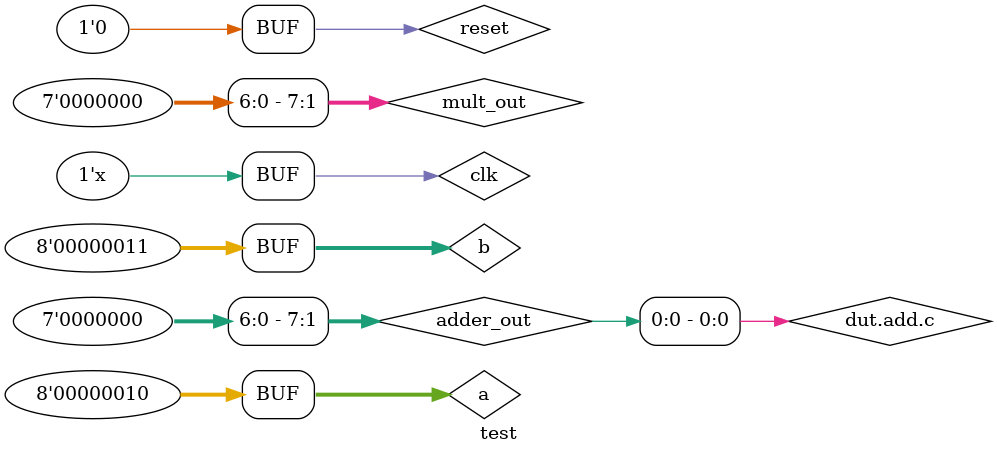
<source format=v>
`timescale 1ns/100ps

module test();

parameter word_size = 8;
parameter fractional_bits = 0;

reg clk,reset;
reg [word_size-1:0] a;
reg [word_size-1:0] b;

wire [word_size-1:0] a_fwd,b_fwd;
wire [word_size-1:0] out;

MAC_fp #(
.word_size(word_size),
.fractional_bits(fractional_bits)
) dut(
	.a(a),
	.b(b),
	.a_fwd(a_fwd),
	.b_fwd(b_fwd),
	.out(out),
	.clk(clk),
	.clear(reset)
);

wire [word_size-1:0] adder_out = dut.add.c;
wire [word_size-1:0] mult_out = dut.mult.q_result;

initial begin
	$display ("time \t a\t b\t out\t a_fwd\t b_fwd\t reset");
	$monitor ("%g\t %d\t%d\t%d\t%d\t%d\t%d",$time, a, b, out, a_fwd, b_fwd, reset);
	
	clk = 1'b0;
	reset = 1'b1;
	#2; reset = 1'b0;
	
	a = 1; b = 1;
	#2;
	a = 0; b = 1;
	#2;
	a = 3; b = 4;
	#2;
	a = 7; b = 16;
	#2;
	
	reset = 1'b1;
	#10; reset = 1'b0;
	
	a = 5; b = 2;
	#2;
	a = 2; b = 3; 
	#5;
end

always #1 clk = ~clk;

endmodule 
</source>
